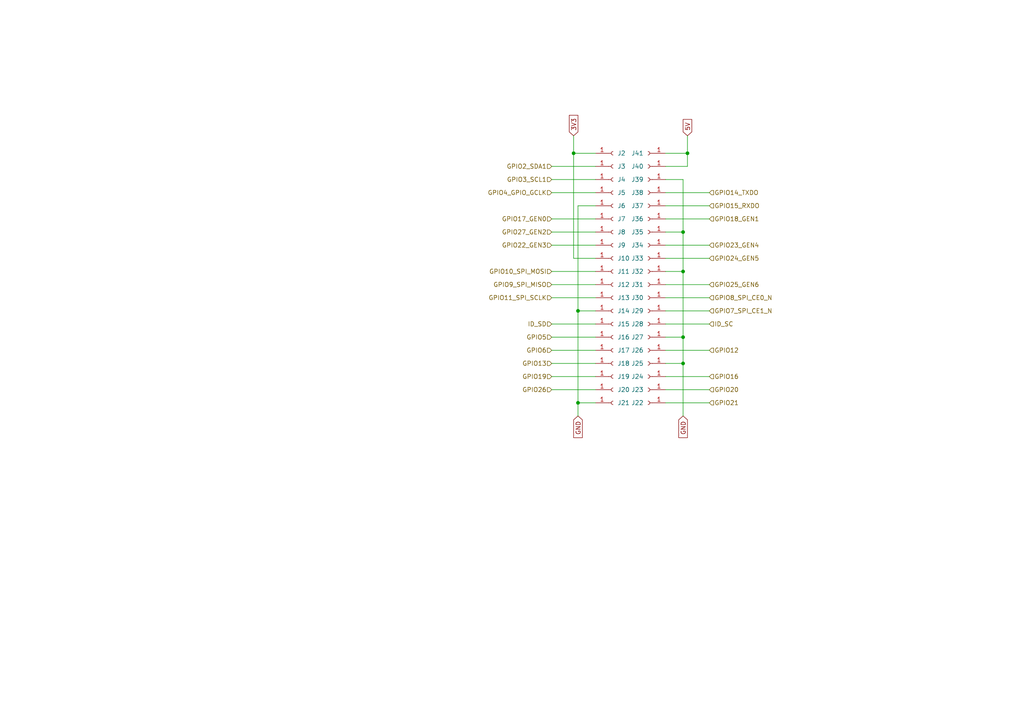
<source format=kicad_sch>
(kicad_sch (version 20230121) (generator eeschema)
  (paper "A4")
  (lib_symbols
    (symbol "Connector:Conn_01x01_Socket" (pin_names (offset 1.016) hide)
      (property "Reference" "J" (at 0 2.54 0))
      (property "Value" "Conn_01x01_Socket" (at 0 -2.54 0))
      (symbol "Conn_01x01_Socket_1_1"
        (polyline (pts (xy -1.27 0) (xy -0.508 0)) (stroke (width 0.1524)))
        (arc (start 0 0.508) (mid -0.5058 0) (end 0 -0.508) (stroke (width 0.1524)))
        (pin passive line (at -5.08 0 0) (length 3.81) (name "Pin_1") (number "1"))
      )
    )
  )
  (junction (at 198.12 67.31))
  (junction (at 198.12 97.79))
  (junction (at 167.64 116.84))
  (junction (at 198.12 78.74))
  (junction (at 167.64 90.17))
  (junction (at 199.39 44.45))
  (junction (at 166.37 44.45))
  (junction (at 198.12 105.41))
  (wire (pts (xy 172.72 59.69) (xy 167.64 59.69)))
  (wire (pts (xy 198.12 78.74) (xy 198.12 97.79)))
  (wire (pts (xy 193.04 82.55) (xy 205.74 82.55)))
  (wire (pts (xy 193.04 113.03) (xy 205.74 113.03)))
  (wire (pts (xy 160.02 63.5) (xy 172.72 63.5)))
  (wire (pts (xy 193.04 90.17) (xy 205.74 90.17)))
  (wire (pts (xy 193.04 93.98) (xy 205.74 93.98)))
  (wire (pts (xy 193.04 97.79) (xy 198.12 97.79)))
  (wire (pts (xy 167.64 90.17) (xy 172.72 90.17)))
  (wire (pts (xy 198.12 67.31) (xy 198.12 78.74)))
  (wire (pts (xy 193.04 48.26) (xy 199.39 48.26)))
  (wire (pts (xy 166.37 39.37) (xy 166.37 44.45)))
  (wire (pts (xy 160.02 55.88) (xy 172.72 55.88)))
  (wire (pts (xy 160.02 86.36) (xy 172.72 86.36)))
  (wire (pts (xy 193.04 59.69) (xy 205.74 59.69)))
  (wire (pts (xy 167.64 116.84) (xy 167.64 120.65)))
  (wire (pts (xy 160.02 78.74) (xy 172.72 78.74)))
  (wire (pts (xy 166.37 44.45) (xy 166.37 74.93)))
  (wire (pts (xy 193.04 116.84) (xy 205.74 116.84)))
  (wire (pts (xy 160.02 52.07) (xy 172.72 52.07)))
  (wire (pts (xy 193.04 74.93) (xy 205.74 74.93)))
  (wire (pts (xy 193.04 67.31) (xy 198.12 67.31)))
  (wire (pts (xy 160.02 101.6) (xy 172.72 101.6)))
  (wire (pts (xy 193.04 109.22) (xy 205.74 109.22)))
  (wire (pts (xy 160.02 67.31) (xy 172.72 67.31)))
  (wire (pts (xy 193.04 52.07) (xy 198.12 52.07)))
  (wire (pts (xy 160.02 48.26) (xy 172.72 48.26)))
  (wire (pts (xy 160.02 71.12) (xy 172.72 71.12)))
  (wire (pts (xy 166.37 44.45) (xy 172.72 44.45)))
  (wire (pts (xy 193.04 105.41) (xy 198.12 105.41)))
  (wire (pts (xy 193.04 86.36) (xy 205.74 86.36)))
  (wire (pts (xy 193.04 55.88) (xy 205.74 55.88)))
  (wire (pts (xy 198.12 52.07) (xy 198.12 67.31)))
  (wire (pts (xy 160.02 109.22) (xy 172.72 109.22)))
  (wire (pts (xy 167.64 59.69) (xy 167.64 90.17)))
  (wire (pts (xy 167.64 116.84) (xy 172.72 116.84)))
  (wire (pts (xy 160.02 113.03) (xy 172.72 113.03)))
  (wire (pts (xy 193.04 71.12) (xy 205.74 71.12)))
  (wire (pts (xy 160.02 105.41) (xy 172.72 105.41)))
  (wire (pts (xy 193.04 78.74) (xy 198.12 78.74)))
  (wire (pts (xy 160.02 93.98) (xy 172.72 93.98)))
  (wire (pts (xy 198.12 97.79) (xy 198.12 105.41)))
  (wire (pts (xy 160.02 97.79) (xy 172.72 97.79)))
  (wire (pts (xy 193.04 63.5) (xy 205.74 63.5)))
  (wire (pts (xy 199.39 44.45) (xy 199.39 39.37)))
  (wire (pts (xy 198.12 105.41) (xy 198.12 120.65)))
  (wire (pts (xy 167.64 90.17) (xy 167.64 116.84)))
  (wire (pts (xy 166.37 74.93) (xy 172.72 74.93)))
  (wire (pts (xy 199.39 48.26) (xy 199.39 44.45)))
  (wire (pts (xy 160.02 82.55) (xy 172.72 82.55)))
  (wire (pts (xy 193.04 44.45) (xy 199.39 44.45)))
  (wire (pts (xy 193.04 101.6) (xy 205.74 101.6)))
  (global_label "5V" (shape input) (at 199.39 39.37 90) (property "Intersheetrefs" "${INTERSHEET_REFS}" (effects hide)))
  (global_label "3V3" (shape input) (at 166.37 39.37 90) (property "Intersheetrefs" "${INTERSHEET_REFS}" (effects hide)))
  (global_label "GND" (shape input) (at 198.12 120.65 270) (property "Intersheetrefs" "${INTERSHEET_REFS}" (effects hide)))
  (global_label "GND" (shape input) (at 167.64 120.65 270) (property "Intersheetrefs" "${INTERSHEET_REFS}" (effects hide)))
  (hierarchical_label "GPIO19" (shape input) (at 160.02 109.22 180))
  (hierarchical_label "GPIO5" (shape input) (at 160.02 97.79 180))
  (hierarchical_label "GPIO23_GEN4" (shape input) (at 205.74 71.12 0))
  (hierarchical_label "ID_SD" (shape input) (at 160.02 93.98 180))
  (hierarchical_label "GPIO16" (shape input) (at 205.74 109.22 0))
  (hierarchical_label "GPIO8_SPI_CE0_N" (shape input) (at 205.74 86.36 0))
  (hierarchical_label "GPIO17_GEN0" (shape input) (at 160.02 63.5 180))
  (hierarchical_label "GPIO6" (shape input) (at 160.02 101.6 180))
  (hierarchical_label "GPIO11_SPI_SCLK" (shape input) (at 160.02 86.36 180))
  (hierarchical_label "GPIO18_GEN1" (shape input) (at 205.74 63.5 0))
  (hierarchical_label "GPIO15_RXDO" (shape input) (at 205.74 59.69 0))
  (hierarchical_label "GPIO27_GEN2" (shape input) (at 160.02 67.31 180))
  (hierarchical_label "GPIO22_GEN3" (shape input) (at 160.02 71.12 180))
  (hierarchical_label "ID_SC" (shape input) (at 205.74 93.98 0))
  (hierarchical_label "GPIO24_GEN5" (shape input) (at 205.74 74.93 0))
  (hierarchical_label "GPIO9_SPI_MISO" (shape input) (at 160.02 82.55 180))
  (hierarchical_label "GPIO21" (shape input) (at 205.74 116.84 0))
  (hierarchical_label "GPIO3_SCL1" (shape input) (at 160.02 52.07 180))
  (hierarchical_label "GPIO12" (shape input) (at 205.74 101.6 0))
  (hierarchical_label "GPIO10_SPI_MOSI" (shape input) (at 160.02 78.74 180))
  (hierarchical_label "GPIO25_GEN6" (shape input) (at 205.74 82.55 0))
  (hierarchical_label "GPIO4_GPIO_GCLK" (shape input) (at 160.02 55.88 180))
  (hierarchical_label "GPIO14_TXDO" (shape input) (at 205.74 55.88 0))
  (hierarchical_label "GPIO26" (shape input) (at 160.02 113.03 180))
  (hierarchical_label "GPIO13" (shape input) (at 160.02 105.41 180))
  (hierarchical_label "GPIO7_SPI_CE1_N" (shape input) (at 205.74 90.17 0))
  (hierarchical_label "GPIO20" (shape input) (at 205.74 113.03 0))
  (hierarchical_label "GPIO2_SDA1" (shape input) (at 160.02 48.26 180))
  (symbol (lib_id "Connector:Conn_01x01_Socket") (at 177.8 55.88 0) (unit 1)
    (property "Reference" "J5" (at 179.07 55.88 0) (effects (justify left)))
    (property "Value" "Conn_01x01_Socket" (effects hide))
    (property "Footprint" "Connector_PinSocket_2.00mm:PinSocket_1x01_P2.00mm_Vertical" (effects hide))
  )
  (symbol (lib_id "Connector:Conn_01x01_Socket") (at 177.8 86.36 0) (unit 1)
    (property "Reference" "J13" (at 179.07 86.36 0) (effects (justify left)))
    (property "Value" "Conn_01x01_Socket" (effects hide))
    (property "Footprint" "Connector_PinSocket_2.00mm:PinSocket_1x01_P2.00mm_Vertical" (effects hide))
  )
  (symbol (lib_id "Connector:Conn_01x01_Socket") (at 177.8 97.79 0) (unit 1)
    (property "Reference" "J16" (at 179.07 97.79 0) (effects (justify left)))
    (property "Value" "Conn_01x01_Socket" (effects hide))
    (property "Footprint" "Connector_PinSocket_2.00mm:PinSocket_1x01_P2.00mm_Vertical" (effects hide))
  )
  (symbol (lib_id "Connector:Conn_01x01_Socket") (at 177.8 116.84 0) (unit 1)
    (property "Reference" "J21" (at 179.07 116.84 0) (effects (justify left)))
    (property "Value" "Conn_01x01_Socket" (effects hide))
    (property "Footprint" "Connector_PinSocket_2.00mm:PinSocket_1x01_P2.00mm_Vertical" (effects hide))
  )
  (symbol (lib_id "Connector:Conn_01x01_Socket") (at 187.96 82.55 180) (unit 1)
    (property "Reference" "J31" (at 186.69 82.55 0) (effects (justify left)))
    (property "Value" "Conn_01x01_Socket" (effects hide))
    (property "Footprint" "Connector_PinSocket_2.00mm:PinSocket_1x01_P2.00mm_Vertical" (effects hide))
  )
  (symbol (lib_id "Connector:Conn_01x01_Socket") (at 177.8 113.03 0) (unit 1)
    (property "Reference" "J20" (at 179.07 113.03 0) (effects (justify left)))
    (property "Value" "Conn_01x01_Socket" (effects hide))
    (property "Footprint" "Connector_PinSocket_2.00mm:PinSocket_1x01_P2.00mm_Vertical" (effects hide))
  )
  (symbol (lib_id "Connector:Conn_01x01_Socket") (at 187.96 55.88 180) (unit 1)
    (property "Reference" "J38" (at 186.69 55.88 0) (effects (justify left)))
    (property "Value" "Conn_01x01_Socket" (effects hide))
    (property "Footprint" "Connector_PinSocket_2.00mm:PinSocket_1x01_P2.00mm_Vertical" (effects hide))
  )
  (symbol (lib_id "Connector:Conn_01x01_Socket") (at 187.96 113.03 180) (unit 1)
    (property "Reference" "J23" (at 186.69 113.03 0) (effects (justify left)))
    (property "Value" "Conn_01x01_Socket" (effects hide))
    (property "Footprint" "Connector_PinSocket_2.00mm:PinSocket_1x01_P2.00mm_Vertical" (effects hide))
  )
  (symbol (lib_id "Connector:Conn_01x01_Socket") (at 187.96 71.12 180) (unit 1)
    (property "Reference" "J34" (at 186.69 71.12 0) (effects (justify left)))
    (property "Value" "Conn_01x01_Socket" (effects hide))
    (property "Footprint" "Connector_PinSocket_2.00mm:PinSocket_1x01_P2.00mm_Vertical" (effects hide))
  )
  (symbol (lib_id "Connector:Conn_01x01_Socket") (at 177.8 44.45 0) (unit 1)
    (property "Reference" "J2" (at 179.07 44.45 0) (effects (justify left)))
    (property "Value" "Conn_01x01_Socket" (effects hide))
    (property "Footprint" "Connector_PinSocket_2.00mm:PinSocket_1x01_P2.00mm_Vertical" (effects hide))
  )
  (symbol (lib_id "Connector:Conn_01x01_Socket") (at 177.8 71.12 0) (unit 1)
    (property "Reference" "J9" (at 179.07 71.12 0) (effects (justify left)))
    (property "Value" "Conn_01x01_Socket" (effects hide))
    (property "Footprint" "Connector_PinSocket_2.00mm:PinSocket_1x01_P2.00mm_Vertical" (effects hide))
  )
  (symbol (lib_id "Connector:Conn_01x01_Socket") (at 187.96 67.31 180) (unit 1)
    (property "Reference" "J35" (at 186.69 67.31 0) (effects (justify left)))
    (property "Value" "Conn_01x01_Socket" (effects hide))
    (property "Footprint" "Connector_PinSocket_2.00mm:PinSocket_1x01_P2.00mm_Vertical" (effects hide))
  )
  (symbol (lib_id "Connector:Conn_01x01_Socket") (at 187.96 97.79 180) (unit 1)
    (property "Reference" "J27" (at 186.69 97.79 0) (effects (justify left)))
    (property "Value" "Conn_01x01_Socket" (effects hide))
    (property "Footprint" "Connector_PinSocket_2.00mm:PinSocket_1x01_P2.00mm_Vertical" (effects hide))
  )
  (symbol (lib_id "Connector:Conn_01x01_Socket") (at 177.8 59.69 0) (unit 1)
    (property "Reference" "J6" (at 179.07 59.69 0) (effects (justify left)))
    (property "Value" "Conn_01x01_Socket" (effects hide))
    (property "Footprint" "Connector_PinSocket_2.00mm:PinSocket_1x01_P2.00mm_Vertical" (effects hide))
  )
  (symbol (lib_id "Connector:Conn_01x01_Socket") (at 177.8 74.93 0) (unit 1)
    (property "Reference" "J10" (at 179.07 74.93 0) (effects (justify left)))
    (property "Value" "Conn_01x01_Socket" (effects hide))
    (property "Footprint" "Connector_PinSocket_2.00mm:PinSocket_1x01_P2.00mm_Vertical" (effects hide))
  )
  (symbol (lib_id "Connector:Conn_01x01_Socket") (at 187.96 109.22 180) (unit 1)
    (property "Reference" "J24" (at 186.69 109.22 0) (effects (justify left)))
    (property "Value" "Conn_01x01_Socket" (effects hide))
    (property "Footprint" "Connector_PinSocket_2.00mm:PinSocket_1x01_P2.00mm_Vertical" (effects hide))
  )
  (symbol (lib_id "Connector:Conn_01x01_Socket") (at 187.96 44.45 180) (unit 1)
    (property "Reference" "J41" (at 186.69 44.45 0) (effects (justify left)))
    (property "Value" "Conn_01x01_Socket" (effects hide))
    (property "Footprint" "Connector_PinSocket_2.00mm:PinSocket_1x01_P2.00mm_Vertical" (effects hide))
  )
  (symbol (lib_id "Connector:Conn_01x01_Socket") (at 177.8 101.6 0) (unit 1)
    (property "Reference" "J17" (at 179.07 101.6 0) (effects (justify left)))
    (property "Value" "Conn_01x01_Socket" (effects hide))
    (property "Footprint" "Connector_PinSocket_2.00mm:PinSocket_1x01_P2.00mm_Vertical" (effects hide))
  )
  (symbol (lib_id "Connector:Conn_01x01_Socket") (at 187.96 63.5 180) (unit 1)
    (property "Reference" "J36" (at 186.69 63.5 0) (effects (justify left)))
    (property "Value" "Conn_01x01_Socket" (effects hide))
    (property "Footprint" "Connector_PinSocket_2.00mm:PinSocket_1x01_P2.00mm_Vertical" (effects hide))
  )
  (symbol (lib_id "Connector:Conn_01x01_Socket") (at 187.96 90.17 180) (unit 1)
    (property "Reference" "J29" (at 186.69 90.17 0) (effects (justify left)))
    (property "Value" "Conn_01x01_Socket" (effects hide))
    (property "Footprint" "Connector_PinSocket_2.00mm:PinSocket_1x01_P2.00mm_Vertical" (effects hide))
  )
  (symbol (lib_id "Connector:Conn_01x01_Socket") (at 177.8 67.31 0) (unit 1)
    (property "Reference" "J8" (at 179.07 67.31 0) (effects (justify left)))
    (property "Value" "Conn_01x01_Socket" (effects hide))
    (property "Footprint" "Connector_PinSocket_2.00mm:PinSocket_1x01_P2.00mm_Vertical" (effects hide))
  )
  (symbol (lib_id "Connector:Conn_01x01_Socket") (at 187.96 101.6 180) (unit 1)
    (property "Reference" "J26" (at 186.69 101.6 0) (effects (justify left)))
    (property "Value" "Conn_01x01_Socket" (effects hide))
    (property "Footprint" "Connector_PinSocket_2.00mm:PinSocket_1x01_P2.00mm_Vertical" (effects hide))
  )
  (symbol (lib_id "Connector:Conn_01x01_Socket") (at 187.96 105.41 180) (unit 1)
    (property "Reference" "J25" (at 186.69 105.41 0) (effects (justify left)))
    (property "Value" "Conn_01x01_Socket" (effects hide))
    (property "Footprint" "Connector_PinSocket_2.00mm:PinSocket_1x01_P2.00mm_Vertical" (effects hide))
  )
  (symbol (lib_id "Connector:Conn_01x01_Socket") (at 177.8 52.07 0) (unit 1)
    (property "Reference" "J4" (at 179.07 52.07 0) (effects (justify left)))
    (property "Value" "Conn_01x01_Socket" (effects hide))
    (property "Footprint" "Connector_PinSocket_2.00mm:PinSocket_1x01_P2.00mm_Vertical" (effects hide))
  )
  (symbol (lib_id "Connector:Conn_01x01_Socket") (at 177.8 63.5 0) (unit 1)
    (property "Reference" "J7" (at 179.07 63.5 0) (effects (justify left)))
    (property "Value" "Conn_01x01_Socket" (effects hide))
    (property "Footprint" "Connector_PinSocket_2.00mm:PinSocket_1x01_P2.00mm_Vertical" (effects hide))
  )
  (symbol (lib_id "Connector:Conn_01x01_Socket") (at 187.96 78.74 180) (unit 1)
    (property "Reference" "J32" (at 186.69 78.74 0) (effects (justify left)))
    (property "Value" "Conn_01x01_Socket" (effects hide))
    (property "Footprint" "Connector_PinSocket_2.00mm:PinSocket_1x01_P2.00mm_Vertical" (effects hide))
  )
  (symbol (lib_id "Connector:Conn_01x01_Socket") (at 187.96 93.98 180) (unit 1)
    (property "Reference" "J28" (at 186.69 93.98 0) (effects (justify left)))
    (property "Value" "Conn_01x01_Socket" (effects hide))
    (property "Footprint" "Connector_PinSocket_2.00mm:PinSocket_1x01_P2.00mm_Vertical" (effects hide))
  )
  (symbol (lib_id "Connector:Conn_01x01_Socket") (at 177.8 82.55 0) (unit 1)
    (property "Reference" "J12" (at 179.07 82.55 0) (effects (justify left)))
    (property "Value" "Conn_01x01_Socket" (effects hide))
    (property "Footprint" "Connector_PinSocket_2.00mm:PinSocket_1x01_P2.00mm_Vertical" (effects hide))
  )
  (symbol (lib_id "Connector:Conn_01x01_Socket") (at 177.8 78.74 0) (unit 1)
    (property "Reference" "J11" (at 179.07 78.74 0) (effects (justify left)))
    (property "Value" "Conn_01x01_Socket" (effects hide))
    (property "Footprint" "Connector_PinSocket_2.00mm:PinSocket_1x01_P2.00mm_Vertical" (effects hide))
  )
  (symbol (lib_id "Connector:Conn_01x01_Socket") (at 187.96 52.07 180) (unit 1)
    (property "Reference" "J39" (at 186.69 52.07 0) (effects (justify left)))
    (property "Value" "Conn_01x01_Socket" (effects hide))
    (property "Footprint" "Connector_PinSocket_2.00mm:PinSocket_1x01_P2.00mm_Vertical" (effects hide))
  )
  (symbol (lib_id "Connector:Conn_01x01_Socket") (at 187.96 74.93 180) (unit 1)
    (property "Reference" "J33" (at 186.69 74.93 0) (effects (justify left)))
    (property "Value" "Conn_01x01_Socket" (effects hide))
    (property "Footprint" "Connector_PinSocket_2.00mm:PinSocket_1x01_P2.00mm_Vertical" (effects hide))
  )
  (symbol (lib_id "Connector:Conn_01x01_Socket") (at 187.96 116.84 180) (unit 1)
    (property "Reference" "J22" (at 186.69 116.84 0) (effects (justify left)))
    (property "Value" "Conn_01x01_Socket" (effects hide))
    (property "Footprint" "Connector_PinSocket_2.00mm:PinSocket_1x01_P2.00mm_Vertical" (effects hide))
  )
  (symbol (lib_id "Connector:Conn_01x01_Socket") (at 177.8 93.98 0) (unit 1)
    (property "Reference" "J15" (at 179.07 93.98 0) (effects (justify left)))
    (property "Value" "Conn_01x01_Socket" (effects hide))
    (property "Footprint" "Connector_PinSocket_2.00mm:PinSocket_1x01_P2.00mm_Vertical" (effects hide))
  )
  (symbol (lib_id "Connector:Conn_01x01_Socket") (at 177.8 48.26 0) (unit 1)
    (property "Reference" "J3" (at 179.07 48.26 0) (effects (justify left)))
    (property "Value" "Conn_01x01_Socket" (effects hide))
    (property "Footprint" "Connector_PinSocket_2.00mm:PinSocket_1x01_P2.00mm_Vertical" (effects hide))
  )
  (symbol (lib_id "Connector:Conn_01x01_Socket") (at 177.8 109.22 0) (unit 1)
    (property "Reference" "J19" (at 179.07 109.22 0) (effects (justify left)))
    (property "Value" "Conn_01x01_Socket" (effects hide))
    (property "Footprint" "Connector_PinSocket_2.00mm:PinSocket_1x01_P2.00mm_Vertical" (effects hide))
  )
  (symbol (lib_id "Connector:Conn_01x01_Socket") (at 187.96 48.26 180) (unit 1)
    (property "Reference" "J40" (at 186.69 48.26 0) (effects (justify left)))
    (property "Value" "Conn_01x01_Socket" (effects hide))
    (property "Footprint" "Connector_PinSocket_2.00mm:PinSocket_1x01_P2.00mm_Vertical" (effects hide))
  )
  (symbol (lib_id "Connector:Conn_01x01_Socket") (at 177.8 90.17 0) (unit 1)
    (property "Reference" "J14" (at 179.07 90.17 0) (effects (justify left)))
    (property "Value" "Conn_01x01_Socket" (effects hide))
    (property "Footprint" "Connector_PinSocket_2.00mm:PinSocket_1x01_P2.00mm_Vertical" (effects hide))
  )
  (symbol (lib_id "Connector:Conn_01x01_Socket") (at 187.96 86.36 180) (unit 1)
    (property "Reference" "J30" (at 186.69 86.36 0) (effects (justify left)))
    (property "Value" "Conn_01x01_Socket" (effects hide))
    (property "Footprint" "Connector_PinSocket_2.00mm:PinSocket_1x01_P2.00mm_Vertical" (effects hide))
  )
  (symbol (lib_id "Connector:Conn_01x01_Socket") (at 177.8 105.41 0) (unit 1)
    (property "Reference" "J18" (at 179.07 105.41 0) (effects (justify left)))
    (property "Value" "Conn_01x01_Socket" (effects hide))
    (property "Footprint" "Connector_PinSocket_2.00mm:PinSocket_1x01_P2.00mm_Vertical" (effects hide))
  )
  (symbol (lib_id "Connector:Conn_01x01_Socket") (at 187.96 59.69 180) (unit 1)
    (property "Reference" "J37" (at 186.69 59.69 0) (effects (justify left)))
    (property "Value" "Conn_01x01_Socket" (effects hide))
    (property "Footprint" "Connector_PinSocket_2.00mm:PinSocket_1x01_P2.00mm_Vertical" (effects hide))
  )
)
</source>
